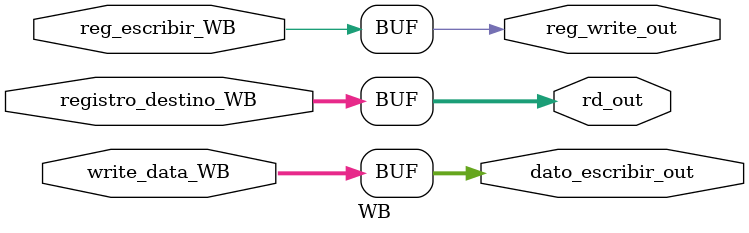
<source format=v>
`timescale 1ns/1ns
module WB (
    // Señales desde MEM/WB
    input        reg_escribir_WB,      // Control: escribir al banco
    input [31:0] write_data_WB,        // Dato final para escribir
    input [4:0]  registro_destino_WB,  // Número de registro destino

    // Salidas hacia el banco de registros
    output       reg_write_out,
    output [4:0] rd_out,
    output [31:0] dato_escribir_out
);

assign reg_write_out     = reg_escribir_WB;
assign rd_out            = registro_destino_WB;
assign dato_escribir_out = write_data_WB;

endmodule

</source>
